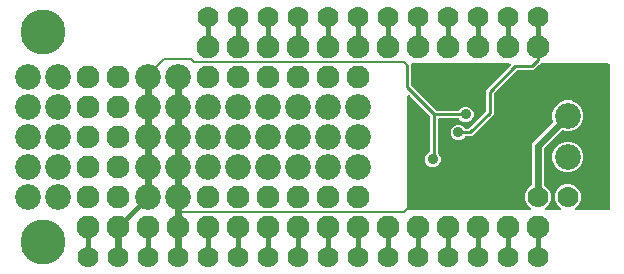
<source format=gbr>
G04 EAGLE Gerber RS-274X export*
G75*
%MOMM*%
%FSLAX34Y34*%
%LPD*%
%INBottom Copper*%
%IPPOS*%
%AMOC8*
5,1,8,0,0,1.08239X$1,22.5*%
G01*
%ADD10C,3.810000*%
%ADD11C,1.778000*%
%ADD12C,1.930400*%
%ADD13C,2.184400*%
%ADD14C,0.406400*%
%ADD15C,0.609600*%
%ADD16C,0.906400*%
%ADD17C,0.254000*%
%ADD18C,0.203200*%

G36*
X437555Y52088D02*
X437555Y52088D01*
X437694Y52101D01*
X437713Y52108D01*
X437733Y52111D01*
X437862Y52162D01*
X437994Y52209D01*
X438010Y52220D01*
X438029Y52228D01*
X438142Y52309D01*
X438257Y52387D01*
X438270Y52403D01*
X438287Y52414D01*
X438375Y52522D01*
X438467Y52626D01*
X438476Y52644D01*
X438489Y52659D01*
X438549Y52785D01*
X438612Y52909D01*
X438616Y52929D01*
X438625Y52947D01*
X438651Y53083D01*
X438681Y53219D01*
X438681Y53240D01*
X438685Y53260D01*
X438676Y53398D01*
X438672Y53537D01*
X438666Y53557D01*
X438665Y53577D01*
X438622Y53709D01*
X438583Y53843D01*
X438573Y53860D01*
X438567Y53879D01*
X438492Y53997D01*
X438422Y54117D01*
X438403Y54138D01*
X438397Y54148D01*
X438382Y54162D01*
X438315Y54238D01*
X435240Y57313D01*
X433577Y61327D01*
X433577Y65673D01*
X435240Y69687D01*
X438313Y72760D01*
X438636Y72894D01*
X438661Y72908D01*
X438689Y72917D01*
X438799Y72987D01*
X438912Y73051D01*
X438933Y73072D01*
X438958Y73087D01*
X439047Y73182D01*
X439140Y73272D01*
X439156Y73298D01*
X439176Y73319D01*
X439239Y73433D01*
X439307Y73544D01*
X439315Y73572D01*
X439330Y73598D01*
X439362Y73723D01*
X439400Y73847D01*
X439402Y73877D01*
X439409Y73906D01*
X439419Y74066D01*
X439419Y107911D01*
X440193Y109778D01*
X457281Y126866D01*
X457299Y126889D01*
X457321Y126908D01*
X457396Y127014D01*
X457476Y127117D01*
X457487Y127144D01*
X457504Y127168D01*
X457550Y127290D01*
X457602Y127409D01*
X457607Y127438D01*
X457617Y127466D01*
X457631Y127595D01*
X457652Y127723D01*
X457649Y127753D01*
X457652Y127782D01*
X457634Y127910D01*
X457622Y128040D01*
X457612Y128068D01*
X457608Y128097D01*
X457556Y128249D01*
X456945Y129723D01*
X456945Y134877D01*
X458917Y139638D01*
X462562Y143283D01*
X467323Y145255D01*
X472477Y145255D01*
X477238Y143283D01*
X480883Y139638D01*
X482855Y134877D01*
X482855Y129723D01*
X480883Y124962D01*
X477238Y121317D01*
X472477Y119345D01*
X467323Y119345D01*
X465849Y119956D01*
X465821Y119964D01*
X465794Y119977D01*
X465668Y120005D01*
X465542Y120040D01*
X465513Y120040D01*
X465484Y120047D01*
X465354Y120043D01*
X465224Y120045D01*
X465196Y120038D01*
X465166Y120037D01*
X465042Y120001D01*
X464915Y119971D01*
X464889Y119957D01*
X464861Y119949D01*
X464749Y119883D01*
X464634Y119822D01*
X464612Y119802D01*
X464587Y119787D01*
X464466Y119681D01*
X449952Y105167D01*
X449892Y105089D01*
X449824Y105017D01*
X449795Y104964D01*
X449758Y104916D01*
X449718Y104825D01*
X449670Y104738D01*
X449655Y104680D01*
X449631Y104624D01*
X449616Y104526D01*
X449591Y104430D01*
X449585Y104330D01*
X449581Y104310D01*
X449583Y104298D01*
X449581Y104270D01*
X449581Y74066D01*
X449584Y74037D01*
X449582Y74007D01*
X449604Y73880D01*
X449621Y73751D01*
X449631Y73723D01*
X449636Y73694D01*
X449690Y73575D01*
X449738Y73455D01*
X449755Y73431D01*
X449767Y73404D01*
X449848Y73303D01*
X449924Y73198D01*
X449947Y73179D01*
X449966Y73156D01*
X450069Y73078D01*
X450169Y72995D01*
X450196Y72982D01*
X450220Y72965D01*
X450364Y72894D01*
X450687Y72760D01*
X453760Y69687D01*
X455423Y65673D01*
X455423Y61327D01*
X453760Y57313D01*
X450685Y54238D01*
X450599Y54128D01*
X450511Y54021D01*
X450502Y54002D01*
X450490Y53986D01*
X450434Y53858D01*
X450375Y53733D01*
X450371Y53713D01*
X450363Y53694D01*
X450341Y53556D01*
X450315Y53421D01*
X450317Y53400D01*
X450313Y53380D01*
X450327Y53241D01*
X450335Y53103D01*
X450341Y53084D01*
X450343Y53064D01*
X450390Y52932D01*
X450433Y52801D01*
X450444Y52783D01*
X450451Y52764D01*
X450529Y52649D01*
X450603Y52532D01*
X450618Y52518D01*
X450629Y52501D01*
X450734Y52409D01*
X450835Y52314D01*
X450853Y52304D01*
X450868Y52291D01*
X450992Y52227D01*
X451113Y52160D01*
X451133Y52155D01*
X451151Y52146D01*
X451287Y52116D01*
X451421Y52081D01*
X451449Y52079D01*
X451461Y52077D01*
X451482Y52077D01*
X451582Y52071D01*
X462818Y52071D01*
X462955Y52088D01*
X463094Y52101D01*
X463113Y52108D01*
X463133Y52111D01*
X463262Y52162D01*
X463394Y52209D01*
X463410Y52220D01*
X463429Y52228D01*
X463542Y52309D01*
X463657Y52387D01*
X463670Y52403D01*
X463687Y52414D01*
X463775Y52522D01*
X463867Y52626D01*
X463876Y52644D01*
X463889Y52659D01*
X463949Y52785D01*
X464012Y52909D01*
X464016Y52929D01*
X464025Y52947D01*
X464051Y53083D01*
X464081Y53219D01*
X464081Y53240D01*
X464085Y53260D01*
X464076Y53398D01*
X464072Y53537D01*
X464066Y53557D01*
X464065Y53577D01*
X464022Y53709D01*
X463983Y53843D01*
X463973Y53860D01*
X463967Y53879D01*
X463892Y53997D01*
X463822Y54117D01*
X463803Y54138D01*
X463797Y54148D01*
X463782Y54162D01*
X463715Y54238D01*
X460640Y57313D01*
X458977Y61327D01*
X458977Y65673D01*
X460640Y69687D01*
X463713Y72760D01*
X467727Y74423D01*
X472073Y74423D01*
X476087Y72760D01*
X479160Y69687D01*
X480823Y65673D01*
X480823Y61327D01*
X479160Y57313D01*
X476085Y54238D01*
X475999Y54128D01*
X475911Y54021D01*
X475902Y54002D01*
X475890Y53986D01*
X475834Y53858D01*
X475775Y53733D01*
X475771Y53713D01*
X475763Y53694D01*
X475741Y53556D01*
X475715Y53421D01*
X475717Y53400D01*
X475713Y53380D01*
X475727Y53241D01*
X475735Y53103D01*
X475741Y53084D01*
X475743Y53064D01*
X475790Y52932D01*
X475833Y52801D01*
X475844Y52783D01*
X475851Y52764D01*
X475929Y52649D01*
X476003Y52532D01*
X476018Y52518D01*
X476029Y52501D01*
X476134Y52409D01*
X476235Y52314D01*
X476253Y52304D01*
X476268Y52291D01*
X476392Y52227D01*
X476513Y52160D01*
X476533Y52155D01*
X476551Y52146D01*
X476687Y52116D01*
X476821Y52081D01*
X476849Y52079D01*
X476861Y52077D01*
X476882Y52077D01*
X476982Y52071D01*
X504190Y52071D01*
X504308Y52086D01*
X504427Y52093D01*
X504465Y52106D01*
X504506Y52111D01*
X504616Y52154D01*
X504729Y52191D01*
X504764Y52213D01*
X504801Y52228D01*
X504897Y52298D01*
X504998Y52361D01*
X505026Y52391D01*
X505059Y52414D01*
X505135Y52506D01*
X505216Y52593D01*
X505236Y52628D01*
X505261Y52659D01*
X505312Y52767D01*
X505370Y52871D01*
X505380Y52911D01*
X505397Y52947D01*
X505419Y53064D01*
X505449Y53179D01*
X505453Y53240D01*
X505457Y53260D01*
X505455Y53280D01*
X505459Y53340D01*
X505459Y175260D01*
X505444Y175378D01*
X505437Y175497D01*
X505424Y175535D01*
X505419Y175576D01*
X505376Y175686D01*
X505339Y175799D01*
X505317Y175834D01*
X505302Y175871D01*
X505233Y175967D01*
X505169Y176068D01*
X505139Y176096D01*
X505116Y176129D01*
X505024Y176205D01*
X504937Y176286D01*
X504902Y176306D01*
X504871Y176331D01*
X504763Y176382D01*
X504659Y176440D01*
X504619Y176450D01*
X504583Y176467D01*
X504466Y176489D01*
X504351Y176519D01*
X504291Y176523D01*
X504271Y176527D01*
X504250Y176525D01*
X504190Y176529D01*
X447156Y176529D01*
X447058Y176517D01*
X446959Y176514D01*
X446900Y176497D01*
X446840Y176489D01*
X446748Y176453D01*
X446653Y176425D01*
X446601Y176395D01*
X446545Y176372D01*
X446464Y176314D01*
X446379Y176264D01*
X446304Y176198D01*
X446287Y176186D01*
X446279Y176176D01*
X446258Y176157D01*
X445497Y175396D01*
X445496Y175396D01*
X440788Y170687D01*
X427344Y170687D01*
X427246Y170675D01*
X427147Y170672D01*
X427088Y170655D01*
X427028Y170647D01*
X426936Y170611D01*
X426841Y170583D01*
X426789Y170553D01*
X426733Y170530D01*
X426653Y170472D01*
X426567Y170422D01*
X426492Y170356D01*
X426475Y170344D01*
X426467Y170334D01*
X426446Y170316D01*
X407534Y151404D01*
X407474Y151325D01*
X407406Y151253D01*
X407377Y151200D01*
X407340Y151152D01*
X407300Y151061D01*
X407252Y150975D01*
X407237Y150916D01*
X407213Y150861D01*
X407198Y150763D01*
X407173Y150667D01*
X407167Y150567D01*
X407163Y150546D01*
X407165Y150534D01*
X407163Y150506D01*
X407163Y133252D01*
X388718Y114807D01*
X383697Y114807D01*
X383599Y114795D01*
X383500Y114792D01*
X383442Y114775D01*
X383381Y114767D01*
X383289Y114731D01*
X383194Y114703D01*
X383142Y114673D01*
X383086Y114650D01*
X383006Y114592D01*
X382920Y114542D01*
X382845Y114476D01*
X382828Y114464D01*
X382821Y114454D01*
X382799Y114436D01*
X380909Y112545D01*
X378496Y111545D01*
X375884Y111545D01*
X373471Y112545D01*
X371625Y114391D01*
X370625Y116804D01*
X370625Y119416D01*
X371625Y121829D01*
X373471Y123675D01*
X375884Y124675D01*
X378496Y124675D01*
X380909Y123675D01*
X382799Y121784D01*
X382878Y121724D01*
X382950Y121656D01*
X383003Y121627D01*
X383051Y121590D01*
X383142Y121550D01*
X383228Y121502D01*
X383287Y121487D01*
X383343Y121463D01*
X383441Y121448D01*
X383536Y121423D01*
X383636Y121417D01*
X383657Y121413D01*
X383669Y121415D01*
X383697Y121413D01*
X385456Y121413D01*
X385554Y121425D01*
X385653Y121428D01*
X385712Y121445D01*
X385772Y121453D01*
X385864Y121489D01*
X385959Y121517D01*
X386011Y121547D01*
X386067Y121570D01*
X386147Y121628D01*
X386233Y121678D01*
X386308Y121744D01*
X386325Y121756D01*
X386333Y121766D01*
X386354Y121784D01*
X400186Y135616D01*
X400246Y135695D01*
X400314Y135767D01*
X400343Y135820D01*
X400380Y135868D01*
X400420Y135959D01*
X400468Y136045D01*
X400483Y136104D01*
X400507Y136159D01*
X400522Y136257D01*
X400547Y136353D01*
X400553Y136453D01*
X400557Y136474D01*
X400555Y136486D01*
X400557Y136514D01*
X400557Y153768D01*
X421152Y174363D01*
X421237Y174472D01*
X421326Y174579D01*
X421334Y174598D01*
X421347Y174614D01*
X421402Y174742D01*
X421461Y174867D01*
X421465Y174887D01*
X421473Y174906D01*
X421495Y175044D01*
X421521Y175180D01*
X421520Y175200D01*
X421523Y175220D01*
X421510Y175359D01*
X421501Y175497D01*
X421495Y175516D01*
X421493Y175536D01*
X421446Y175668D01*
X421403Y175799D01*
X421392Y175817D01*
X421385Y175836D01*
X421307Y175951D01*
X421233Y176068D01*
X421218Y176082D01*
X421207Y176099D01*
X421103Y176191D01*
X421001Y176286D01*
X420984Y176296D01*
X420968Y176309D01*
X420845Y176372D01*
X420723Y176440D01*
X420703Y176445D01*
X420685Y176454D01*
X420549Y176484D01*
X420415Y176519D01*
X420387Y176521D01*
X420375Y176524D01*
X420354Y176523D01*
X420254Y176529D01*
X338582Y176529D01*
X338464Y176514D01*
X338345Y176507D01*
X338307Y176494D01*
X338266Y176489D01*
X338156Y176446D01*
X338043Y176409D01*
X338008Y176387D01*
X337971Y176372D01*
X337875Y176303D01*
X337774Y176239D01*
X337746Y176209D01*
X337713Y176186D01*
X337637Y176094D01*
X337556Y176007D01*
X337536Y175972D01*
X337511Y175941D01*
X337460Y175833D01*
X337402Y175729D01*
X337392Y175689D01*
X337375Y175653D01*
X337353Y175536D01*
X337323Y175421D01*
X337319Y175361D01*
X337315Y175341D01*
X337317Y175320D01*
X337313Y175260D01*
X337313Y158104D01*
X337325Y158006D01*
X337328Y157907D01*
X337345Y157848D01*
X337353Y157788D01*
X337389Y157696D01*
X337417Y157601D01*
X337447Y157549D01*
X337470Y157493D01*
X337528Y157413D01*
X337578Y157327D01*
X337644Y157252D01*
X337656Y157235D01*
X337666Y157227D01*
X337684Y157206D01*
X357866Y137024D01*
X357945Y136964D01*
X358017Y136896D01*
X358070Y136867D01*
X358118Y136830D01*
X358209Y136790D01*
X358295Y136742D01*
X358354Y136727D01*
X358409Y136703D01*
X358507Y136688D01*
X358603Y136663D01*
X358703Y136657D01*
X358724Y136653D01*
X358736Y136655D01*
X358764Y136653D01*
X377033Y136653D01*
X377131Y136665D01*
X377230Y136668D01*
X377288Y136685D01*
X377349Y136693D01*
X377441Y136729D01*
X377536Y136757D01*
X377588Y136787D01*
X377644Y136810D01*
X377724Y136868D01*
X377810Y136918D01*
X377885Y136984D01*
X377902Y136996D01*
X377909Y137006D01*
X377931Y137024D01*
X379821Y138915D01*
X382234Y139915D01*
X384846Y139915D01*
X387259Y138915D01*
X389105Y137069D01*
X390105Y134656D01*
X390105Y132044D01*
X389105Y129631D01*
X387259Y127785D01*
X384846Y126785D01*
X382234Y126785D01*
X379821Y127785D01*
X377931Y129676D01*
X377852Y129736D01*
X377780Y129804D01*
X377727Y129833D01*
X377679Y129870D01*
X377588Y129910D01*
X377502Y129958D01*
X377443Y129973D01*
X377387Y129997D01*
X377289Y130012D01*
X377194Y130037D01*
X377094Y130043D01*
X377073Y130047D01*
X377061Y130045D01*
X377033Y130047D01*
X361442Y130047D01*
X361324Y130032D01*
X361205Y130025D01*
X361167Y130012D01*
X361126Y130007D01*
X361016Y129964D01*
X360903Y129927D01*
X360868Y129905D01*
X360831Y129890D01*
X360735Y129821D01*
X360634Y129757D01*
X360606Y129727D01*
X360573Y129704D01*
X360497Y129612D01*
X360416Y129525D01*
X360396Y129490D01*
X360371Y129459D01*
X360320Y129351D01*
X360262Y129247D01*
X360252Y129207D01*
X360235Y129171D01*
X360213Y129054D01*
X360183Y128939D01*
X360179Y128879D01*
X360175Y128859D01*
X360177Y128838D01*
X360173Y128778D01*
X360173Y100487D01*
X360185Y100389D01*
X360188Y100290D01*
X360205Y100232D01*
X360213Y100171D01*
X360249Y100079D01*
X360277Y99984D01*
X360307Y99932D01*
X360330Y99876D01*
X360388Y99796D01*
X360438Y99710D01*
X360504Y99635D01*
X360516Y99618D01*
X360526Y99611D01*
X360544Y99589D01*
X361165Y98969D01*
X362165Y96556D01*
X362165Y93944D01*
X361165Y91531D01*
X359319Y89685D01*
X356906Y88685D01*
X354294Y88685D01*
X351881Y89685D01*
X350035Y91531D01*
X349035Y93944D01*
X349035Y96556D01*
X350035Y98969D01*
X351881Y100815D01*
X352784Y101189D01*
X352809Y101204D01*
X352837Y101213D01*
X352947Y101282D01*
X353060Y101347D01*
X353081Y101367D01*
X353106Y101383D01*
X353195Y101478D01*
X353288Y101568D01*
X353304Y101593D01*
X353324Y101615D01*
X353387Y101728D01*
X353455Y101839D01*
X353463Y101867D01*
X353478Y101893D01*
X353510Y102019D01*
X353548Y102143D01*
X353550Y102172D01*
X353557Y102201D01*
X353567Y102362D01*
X353567Y131456D01*
X353555Y131554D01*
X353552Y131653D01*
X353535Y131712D01*
X353527Y131772D01*
X353491Y131864D01*
X353463Y131959D01*
X353433Y132011D01*
X353410Y132067D01*
X353352Y132147D01*
X353302Y132233D01*
X353236Y132308D01*
X353224Y132325D01*
X353214Y132333D01*
X353196Y132354D01*
X336178Y149372D01*
X336068Y149457D01*
X335961Y149546D01*
X335942Y149554D01*
X335926Y149567D01*
X335798Y149622D01*
X335673Y149681D01*
X335653Y149685D01*
X335634Y149693D01*
X335496Y149715D01*
X335361Y149741D01*
X335340Y149740D01*
X335320Y149743D01*
X335181Y149730D01*
X335043Y149721D01*
X335024Y149715D01*
X335004Y149713D01*
X334872Y149666D01*
X334741Y149623D01*
X334723Y149612D01*
X334704Y149605D01*
X334589Y149527D01*
X334472Y149453D01*
X334458Y149438D01*
X334441Y149427D01*
X334349Y149323D01*
X334254Y149221D01*
X334244Y149204D01*
X334231Y149188D01*
X334168Y149065D01*
X334100Y148943D01*
X334095Y148923D01*
X334086Y148905D01*
X334056Y148769D01*
X334021Y148635D01*
X334019Y148607D01*
X334017Y148595D01*
X334017Y148574D01*
X334011Y148474D01*
X334011Y53340D01*
X334026Y53222D01*
X334033Y53103D01*
X334046Y53065D01*
X334051Y53024D01*
X334094Y52914D01*
X334131Y52801D01*
X334153Y52766D01*
X334168Y52729D01*
X334238Y52633D01*
X334301Y52532D01*
X334331Y52504D01*
X334354Y52471D01*
X334446Y52396D01*
X334533Y52314D01*
X334568Y52294D01*
X334599Y52269D01*
X334707Y52218D01*
X334811Y52160D01*
X334851Y52150D01*
X334887Y52133D01*
X335004Y52111D01*
X335119Y52081D01*
X335180Y52077D01*
X335200Y52073D01*
X335220Y52075D01*
X335280Y52071D01*
X437418Y52071D01*
X437555Y52088D01*
G37*
%LPC*%
G36*
X467323Y84345D02*
X467323Y84345D01*
X462562Y86317D01*
X458917Y89962D01*
X456945Y94723D01*
X456945Y99877D01*
X458917Y104638D01*
X462562Y108283D01*
X467323Y110255D01*
X472477Y110255D01*
X477238Y108283D01*
X480883Y104638D01*
X482855Y99877D01*
X482855Y94723D01*
X480883Y89962D01*
X477238Y86317D01*
X472477Y84345D01*
X467323Y84345D01*
G37*
%LPD*%
D10*
X25400Y203200D03*
X25400Y25400D03*
D11*
X165100Y215900D03*
X190500Y215900D03*
X215900Y215900D03*
X241300Y215900D03*
X266700Y215900D03*
X292100Y215900D03*
X317500Y215900D03*
X342900Y215900D03*
X368300Y215900D03*
X393700Y215900D03*
X419100Y215900D03*
X444500Y215900D03*
X165100Y12700D03*
X190500Y12700D03*
X215900Y12700D03*
X241300Y12700D03*
X266700Y12700D03*
X292100Y12700D03*
X317500Y12700D03*
X342900Y12700D03*
X368300Y12700D03*
X393700Y12700D03*
X419100Y12700D03*
X444500Y12700D03*
X139700Y12700D03*
X114300Y12700D03*
X88900Y12700D03*
X63500Y12700D03*
D12*
X444500Y38100D03*
X419100Y38100D03*
X393700Y38100D03*
X368300Y38100D03*
X342900Y38100D03*
X317500Y38100D03*
X292100Y38100D03*
X266700Y38100D03*
X241300Y38100D03*
X215900Y38100D03*
X190500Y38100D03*
X165100Y38100D03*
X139700Y38100D03*
X114300Y38100D03*
X88900Y38100D03*
X63500Y38100D03*
X165100Y190500D03*
X190500Y190500D03*
X215900Y190500D03*
X241300Y190500D03*
X266700Y190500D03*
X292100Y190500D03*
X317500Y190500D03*
X342900Y190500D03*
X368300Y190500D03*
X393700Y190500D03*
X419100Y190500D03*
X444500Y190500D03*
D13*
X469900Y132300D03*
X469900Y97300D03*
D11*
X444500Y63500D03*
X469900Y63500D03*
D14*
X444500Y38100D02*
X444500Y12700D01*
X292100Y12700D02*
X292100Y38100D01*
X190500Y38100D02*
X190500Y12700D01*
X165100Y12700D02*
X165100Y38100D01*
D15*
X139700Y63500D02*
X139700Y88900D01*
D13*
X139700Y63500D03*
X139700Y88900D03*
X139700Y114300D03*
X139700Y139700D03*
X139700Y165100D03*
D15*
X139700Y114300D02*
X139700Y88900D01*
X139700Y114300D02*
X139700Y139700D01*
X139700Y165100D01*
X139700Y38100D02*
X139700Y12700D01*
X139700Y38100D02*
X139700Y48260D01*
X139700Y63500D01*
D16*
X403860Y120650D03*
X441960Y163830D03*
D17*
X436880Y166370D02*
X435610Y165100D01*
D18*
X142240Y50800D02*
X139700Y48260D01*
X142240Y50800D02*
X331470Y50800D01*
X337820Y57150D01*
X341630Y57150D01*
D17*
X350520Y158750D02*
X347980Y161290D01*
D16*
X393700Y165100D03*
D17*
X393700Y162560D01*
D14*
X114300Y38100D02*
X114300Y12700D01*
X63500Y12700D02*
X63500Y38100D01*
X165100Y190500D02*
X165100Y215900D01*
X190500Y215900D02*
X190500Y190500D01*
X215900Y190500D02*
X215900Y215900D01*
X342900Y215900D02*
X342900Y190500D01*
X368300Y190500D02*
X368300Y215900D01*
X419100Y215900D02*
X419100Y190500D01*
X215900Y38100D02*
X215900Y12700D01*
X241300Y12700D02*
X241300Y38100D01*
X266700Y38100D02*
X266700Y12700D01*
X317500Y12700D02*
X317500Y38100D01*
X342900Y38100D02*
X342900Y12700D01*
X368300Y12700D02*
X368300Y38100D01*
X393700Y38100D02*
X393700Y12700D01*
X419100Y12700D02*
X419100Y38100D01*
X444500Y190500D02*
X444500Y215900D01*
D16*
X377190Y118110D03*
D17*
X387350Y118110D01*
X403860Y134620D01*
X403860Y152400D01*
X425450Y173990D01*
X439420Y173990D01*
X444500Y179070D01*
X444500Y190500D01*
D14*
X393700Y190500D02*
X393700Y215900D01*
X317500Y215900D02*
X317500Y190500D01*
X292100Y190500D02*
X292100Y215900D01*
X266700Y215900D02*
X266700Y190500D01*
X241300Y190500D02*
X241300Y215900D01*
D15*
X444500Y106900D02*
X444500Y63500D01*
X444500Y106900D02*
X469900Y132300D01*
X88900Y38100D02*
X88900Y12700D01*
D13*
X114300Y63500D03*
X114300Y88900D03*
X114300Y114300D03*
X114300Y139700D03*
X114300Y165100D03*
D15*
X114300Y166370D01*
X114300Y165100D02*
X114300Y139700D01*
X114300Y114300D01*
X114300Y88900D01*
X114300Y63500D01*
D14*
X88900Y38100D01*
D16*
X383540Y133350D03*
D17*
X356870Y133350D01*
D18*
X128270Y180340D02*
X114300Y166370D01*
X128270Y180340D02*
X151130Y180340D01*
X153670Y177800D01*
X331470Y177800D01*
X334010Y175260D01*
D17*
X334010Y156210D01*
X356870Y133350D01*
D16*
X355600Y95250D03*
D17*
X356870Y96520D02*
X356870Y133350D01*
X356870Y96520D02*
X355600Y95250D01*
D12*
X63500Y165100D03*
D13*
X38100Y165100D03*
X12700Y165100D03*
X12700Y139700D03*
X38100Y139700D03*
D12*
X63500Y139700D03*
X63500Y114300D03*
D13*
X38100Y114300D03*
X12700Y114300D03*
X12700Y88900D03*
X38100Y88900D03*
D12*
X63500Y88900D03*
X63500Y63500D03*
D13*
X38100Y63500D03*
X12700Y63500D03*
D12*
X88900Y63500D03*
X88900Y88900D03*
X88900Y114300D03*
X88900Y139700D03*
X88900Y165100D03*
X165100Y165100D03*
X190500Y165100D03*
X215900Y165100D03*
D13*
X165100Y139700D03*
X165100Y114300D03*
X165100Y88900D03*
D12*
X165100Y63500D03*
X190500Y63500D03*
D13*
X190500Y88900D03*
X190500Y114300D03*
X190500Y139700D03*
X215900Y139700D03*
X215900Y114300D03*
X215900Y88900D03*
D12*
X215900Y63500D03*
X241300Y63500D03*
D13*
X241300Y88900D03*
D12*
X241300Y165100D03*
D13*
X241300Y139700D03*
X241300Y114300D03*
D12*
X266700Y63500D03*
D13*
X266700Y88900D03*
X266700Y114300D03*
X266700Y139700D03*
D12*
X266700Y165100D03*
X292100Y165100D03*
D13*
X292100Y139700D03*
X292100Y114300D03*
X292100Y88900D03*
D12*
X292100Y63500D03*
M02*

</source>
